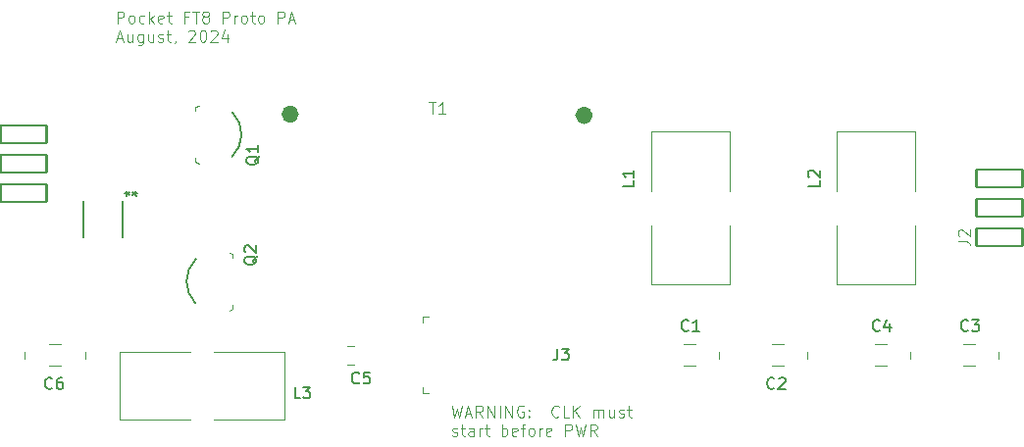
<source format=gbr>
G04 #@! TF.GenerationSoftware,KiCad,Pcbnew,8.0.4*
G04 #@! TF.CreationDate,2024-08-21T10:00:44-07:00*
G04 #@! TF.ProjectId,PA,50412e6b-6963-4616-945f-706362585858,rev?*
G04 #@! TF.SameCoordinates,Original*
G04 #@! TF.FileFunction,Legend,Top*
G04 #@! TF.FilePolarity,Positive*
%FSLAX46Y46*%
G04 Gerber Fmt 4.6, Leading zero omitted, Abs format (unit mm)*
G04 Created by KiCad (PCBNEW 8.0.4) date 2024-08-21 10:00:44*
%MOMM*%
%LPD*%
G01*
G04 APERTURE LIST*
G04 Aperture macros list*
%AMRoundRect*
0 Rectangle with rounded corners*
0 $1 Rounding radius*
0 $2 $3 $4 $5 $6 $7 $8 $9 X,Y pos of 4 corners*
0 Add a 4 corners polygon primitive as box body*
4,1,4,$2,$3,$4,$5,$6,$7,$8,$9,$2,$3,0*
0 Add four circle primitives for the rounded corners*
1,1,$1+$1,$2,$3*
1,1,$1+$1,$4,$5*
1,1,$1+$1,$6,$7*
1,1,$1+$1,$8,$9*
0 Add four rect primitives between the rounded corners*
20,1,$1+$1,$2,$3,$4,$5,0*
20,1,$1+$1,$4,$5,$6,$7,0*
20,1,$1+$1,$6,$7,$8,$9,0*
20,1,$1+$1,$8,$9,$2,$3,0*%
G04 Aperture macros list end*
%ADD10C,0.100000*%
%ADD11C,0.150000*%
%ADD12C,0.152400*%
%ADD13C,0.120000*%
%ADD14C,0.746563*%
%ADD15R,0.355600X1.028700*%
%ADD16R,1.500000X1.800000*%
%ADD17R,1.200000X1.200000*%
%ADD18C,2.200000*%
%ADD19RoundRect,0.101600X-2.000000X0.750000X-2.000000X-0.750000X2.000000X-0.750000X2.000000X0.750000X0*%
%ADD20R,1.500000X1.000000*%
%ADD21O,1.500000X1.000000*%
%ADD22C,1.524000*%
%ADD23C,2.020000*%
%ADD24C,2.600000*%
%ADD25C,1.600000*%
%ADD26RoundRect,0.101600X2.000000X-0.750000X2.000000X0.750000X-2.000000X0.750000X-2.000000X-0.750000X0*%
G04 APERTURE END LIST*
D10*
X201884646Y-111054475D02*
X202122741Y-112054475D01*
X202122741Y-112054475D02*
X202313217Y-111340189D01*
X202313217Y-111340189D02*
X202503693Y-112054475D01*
X202503693Y-112054475D02*
X202741789Y-111054475D01*
X203075122Y-111768760D02*
X203551312Y-111768760D01*
X202979884Y-112054475D02*
X203313217Y-111054475D01*
X203313217Y-111054475D02*
X203646550Y-112054475D01*
X204551312Y-112054475D02*
X204217979Y-111578284D01*
X203979884Y-112054475D02*
X203979884Y-111054475D01*
X203979884Y-111054475D02*
X204360836Y-111054475D01*
X204360836Y-111054475D02*
X204456074Y-111102094D01*
X204456074Y-111102094D02*
X204503693Y-111149713D01*
X204503693Y-111149713D02*
X204551312Y-111244951D01*
X204551312Y-111244951D02*
X204551312Y-111387808D01*
X204551312Y-111387808D02*
X204503693Y-111483046D01*
X204503693Y-111483046D02*
X204456074Y-111530665D01*
X204456074Y-111530665D02*
X204360836Y-111578284D01*
X204360836Y-111578284D02*
X203979884Y-111578284D01*
X204979884Y-112054475D02*
X204979884Y-111054475D01*
X204979884Y-111054475D02*
X205551312Y-112054475D01*
X205551312Y-112054475D02*
X205551312Y-111054475D01*
X206027503Y-112054475D02*
X206027503Y-111054475D01*
X206503693Y-112054475D02*
X206503693Y-111054475D01*
X206503693Y-111054475D02*
X207075121Y-112054475D01*
X207075121Y-112054475D02*
X207075121Y-111054475D01*
X208075121Y-111102094D02*
X207979883Y-111054475D01*
X207979883Y-111054475D02*
X207837026Y-111054475D01*
X207837026Y-111054475D02*
X207694169Y-111102094D01*
X207694169Y-111102094D02*
X207598931Y-111197332D01*
X207598931Y-111197332D02*
X207551312Y-111292570D01*
X207551312Y-111292570D02*
X207503693Y-111483046D01*
X207503693Y-111483046D02*
X207503693Y-111625903D01*
X207503693Y-111625903D02*
X207551312Y-111816379D01*
X207551312Y-111816379D02*
X207598931Y-111911617D01*
X207598931Y-111911617D02*
X207694169Y-112006856D01*
X207694169Y-112006856D02*
X207837026Y-112054475D01*
X207837026Y-112054475D02*
X207932264Y-112054475D01*
X207932264Y-112054475D02*
X208075121Y-112006856D01*
X208075121Y-112006856D02*
X208122740Y-111959236D01*
X208122740Y-111959236D02*
X208122740Y-111625903D01*
X208122740Y-111625903D02*
X207932264Y-111625903D01*
X208551312Y-111959236D02*
X208598931Y-112006856D01*
X208598931Y-112006856D02*
X208551312Y-112054475D01*
X208551312Y-112054475D02*
X208503693Y-112006856D01*
X208503693Y-112006856D02*
X208551312Y-111959236D01*
X208551312Y-111959236D02*
X208551312Y-112054475D01*
X208551312Y-111435427D02*
X208598931Y-111483046D01*
X208598931Y-111483046D02*
X208551312Y-111530665D01*
X208551312Y-111530665D02*
X208503693Y-111483046D01*
X208503693Y-111483046D02*
X208551312Y-111435427D01*
X208551312Y-111435427D02*
X208551312Y-111530665D01*
X211122740Y-111959236D02*
X211075121Y-112006856D01*
X211075121Y-112006856D02*
X210932264Y-112054475D01*
X210932264Y-112054475D02*
X210837026Y-112054475D01*
X210837026Y-112054475D02*
X210694169Y-112006856D01*
X210694169Y-112006856D02*
X210598931Y-111911617D01*
X210598931Y-111911617D02*
X210551312Y-111816379D01*
X210551312Y-111816379D02*
X210503693Y-111625903D01*
X210503693Y-111625903D02*
X210503693Y-111483046D01*
X210503693Y-111483046D02*
X210551312Y-111292570D01*
X210551312Y-111292570D02*
X210598931Y-111197332D01*
X210598931Y-111197332D02*
X210694169Y-111102094D01*
X210694169Y-111102094D02*
X210837026Y-111054475D01*
X210837026Y-111054475D02*
X210932264Y-111054475D01*
X210932264Y-111054475D02*
X211075121Y-111102094D01*
X211075121Y-111102094D02*
X211122740Y-111149713D01*
X212027502Y-112054475D02*
X211551312Y-112054475D01*
X211551312Y-112054475D02*
X211551312Y-111054475D01*
X212360836Y-112054475D02*
X212360836Y-111054475D01*
X212932264Y-112054475D02*
X212503693Y-111483046D01*
X212932264Y-111054475D02*
X212360836Y-111625903D01*
X214122741Y-112054475D02*
X214122741Y-111387808D01*
X214122741Y-111483046D02*
X214170360Y-111435427D01*
X214170360Y-111435427D02*
X214265598Y-111387808D01*
X214265598Y-111387808D02*
X214408455Y-111387808D01*
X214408455Y-111387808D02*
X214503693Y-111435427D01*
X214503693Y-111435427D02*
X214551312Y-111530665D01*
X214551312Y-111530665D02*
X214551312Y-112054475D01*
X214551312Y-111530665D02*
X214598931Y-111435427D01*
X214598931Y-111435427D02*
X214694169Y-111387808D01*
X214694169Y-111387808D02*
X214837026Y-111387808D01*
X214837026Y-111387808D02*
X214932265Y-111435427D01*
X214932265Y-111435427D02*
X214979884Y-111530665D01*
X214979884Y-111530665D02*
X214979884Y-112054475D01*
X215884645Y-111387808D02*
X215884645Y-112054475D01*
X215456074Y-111387808D02*
X215456074Y-111911617D01*
X215456074Y-111911617D02*
X215503693Y-112006856D01*
X215503693Y-112006856D02*
X215598931Y-112054475D01*
X215598931Y-112054475D02*
X215741788Y-112054475D01*
X215741788Y-112054475D02*
X215837026Y-112006856D01*
X215837026Y-112006856D02*
X215884645Y-111959236D01*
X216313217Y-112006856D02*
X216408455Y-112054475D01*
X216408455Y-112054475D02*
X216598931Y-112054475D01*
X216598931Y-112054475D02*
X216694169Y-112006856D01*
X216694169Y-112006856D02*
X216741788Y-111911617D01*
X216741788Y-111911617D02*
X216741788Y-111863998D01*
X216741788Y-111863998D02*
X216694169Y-111768760D01*
X216694169Y-111768760D02*
X216598931Y-111721141D01*
X216598931Y-111721141D02*
X216456074Y-111721141D01*
X216456074Y-111721141D02*
X216360836Y-111673522D01*
X216360836Y-111673522D02*
X216313217Y-111578284D01*
X216313217Y-111578284D02*
X216313217Y-111530665D01*
X216313217Y-111530665D02*
X216360836Y-111435427D01*
X216360836Y-111435427D02*
X216456074Y-111387808D01*
X216456074Y-111387808D02*
X216598931Y-111387808D01*
X216598931Y-111387808D02*
X216694169Y-111435427D01*
X217027503Y-111387808D02*
X217408455Y-111387808D01*
X217170360Y-111054475D02*
X217170360Y-111911617D01*
X217170360Y-111911617D02*
X217217979Y-112006856D01*
X217217979Y-112006856D02*
X217313217Y-112054475D01*
X217313217Y-112054475D02*
X217408455Y-112054475D01*
X201932265Y-113616800D02*
X202027503Y-113664419D01*
X202027503Y-113664419D02*
X202217979Y-113664419D01*
X202217979Y-113664419D02*
X202313217Y-113616800D01*
X202313217Y-113616800D02*
X202360836Y-113521561D01*
X202360836Y-113521561D02*
X202360836Y-113473942D01*
X202360836Y-113473942D02*
X202313217Y-113378704D01*
X202313217Y-113378704D02*
X202217979Y-113331085D01*
X202217979Y-113331085D02*
X202075122Y-113331085D01*
X202075122Y-113331085D02*
X201979884Y-113283466D01*
X201979884Y-113283466D02*
X201932265Y-113188228D01*
X201932265Y-113188228D02*
X201932265Y-113140609D01*
X201932265Y-113140609D02*
X201979884Y-113045371D01*
X201979884Y-113045371D02*
X202075122Y-112997752D01*
X202075122Y-112997752D02*
X202217979Y-112997752D01*
X202217979Y-112997752D02*
X202313217Y-113045371D01*
X202646551Y-112997752D02*
X203027503Y-112997752D01*
X202789408Y-112664419D02*
X202789408Y-113521561D01*
X202789408Y-113521561D02*
X202837027Y-113616800D01*
X202837027Y-113616800D02*
X202932265Y-113664419D01*
X202932265Y-113664419D02*
X203027503Y-113664419D01*
X203789408Y-113664419D02*
X203789408Y-113140609D01*
X203789408Y-113140609D02*
X203741789Y-113045371D01*
X203741789Y-113045371D02*
X203646551Y-112997752D01*
X203646551Y-112997752D02*
X203456075Y-112997752D01*
X203456075Y-112997752D02*
X203360837Y-113045371D01*
X203789408Y-113616800D02*
X203694170Y-113664419D01*
X203694170Y-113664419D02*
X203456075Y-113664419D01*
X203456075Y-113664419D02*
X203360837Y-113616800D01*
X203360837Y-113616800D02*
X203313218Y-113521561D01*
X203313218Y-113521561D02*
X203313218Y-113426323D01*
X203313218Y-113426323D02*
X203360837Y-113331085D01*
X203360837Y-113331085D02*
X203456075Y-113283466D01*
X203456075Y-113283466D02*
X203694170Y-113283466D01*
X203694170Y-113283466D02*
X203789408Y-113235847D01*
X204265599Y-113664419D02*
X204265599Y-112997752D01*
X204265599Y-113188228D02*
X204313218Y-113092990D01*
X204313218Y-113092990D02*
X204360837Y-113045371D01*
X204360837Y-113045371D02*
X204456075Y-112997752D01*
X204456075Y-112997752D02*
X204551313Y-112997752D01*
X204741790Y-112997752D02*
X205122742Y-112997752D01*
X204884647Y-112664419D02*
X204884647Y-113521561D01*
X204884647Y-113521561D02*
X204932266Y-113616800D01*
X204932266Y-113616800D02*
X205027504Y-113664419D01*
X205027504Y-113664419D02*
X205122742Y-113664419D01*
X206217981Y-113664419D02*
X206217981Y-112664419D01*
X206217981Y-113045371D02*
X206313219Y-112997752D01*
X206313219Y-112997752D02*
X206503695Y-112997752D01*
X206503695Y-112997752D02*
X206598933Y-113045371D01*
X206598933Y-113045371D02*
X206646552Y-113092990D01*
X206646552Y-113092990D02*
X206694171Y-113188228D01*
X206694171Y-113188228D02*
X206694171Y-113473942D01*
X206694171Y-113473942D02*
X206646552Y-113569180D01*
X206646552Y-113569180D02*
X206598933Y-113616800D01*
X206598933Y-113616800D02*
X206503695Y-113664419D01*
X206503695Y-113664419D02*
X206313219Y-113664419D01*
X206313219Y-113664419D02*
X206217981Y-113616800D01*
X207503695Y-113616800D02*
X207408457Y-113664419D01*
X207408457Y-113664419D02*
X207217981Y-113664419D01*
X207217981Y-113664419D02*
X207122743Y-113616800D01*
X207122743Y-113616800D02*
X207075124Y-113521561D01*
X207075124Y-113521561D02*
X207075124Y-113140609D01*
X207075124Y-113140609D02*
X207122743Y-113045371D01*
X207122743Y-113045371D02*
X207217981Y-112997752D01*
X207217981Y-112997752D02*
X207408457Y-112997752D01*
X207408457Y-112997752D02*
X207503695Y-113045371D01*
X207503695Y-113045371D02*
X207551314Y-113140609D01*
X207551314Y-113140609D02*
X207551314Y-113235847D01*
X207551314Y-113235847D02*
X207075124Y-113331085D01*
X207837029Y-112997752D02*
X208217981Y-112997752D01*
X207979886Y-113664419D02*
X207979886Y-112807276D01*
X207979886Y-112807276D02*
X208027505Y-112712038D01*
X208027505Y-112712038D02*
X208122743Y-112664419D01*
X208122743Y-112664419D02*
X208217981Y-112664419D01*
X208694172Y-113664419D02*
X208598934Y-113616800D01*
X208598934Y-113616800D02*
X208551315Y-113569180D01*
X208551315Y-113569180D02*
X208503696Y-113473942D01*
X208503696Y-113473942D02*
X208503696Y-113188228D01*
X208503696Y-113188228D02*
X208551315Y-113092990D01*
X208551315Y-113092990D02*
X208598934Y-113045371D01*
X208598934Y-113045371D02*
X208694172Y-112997752D01*
X208694172Y-112997752D02*
X208837029Y-112997752D01*
X208837029Y-112997752D02*
X208932267Y-113045371D01*
X208932267Y-113045371D02*
X208979886Y-113092990D01*
X208979886Y-113092990D02*
X209027505Y-113188228D01*
X209027505Y-113188228D02*
X209027505Y-113473942D01*
X209027505Y-113473942D02*
X208979886Y-113569180D01*
X208979886Y-113569180D02*
X208932267Y-113616800D01*
X208932267Y-113616800D02*
X208837029Y-113664419D01*
X208837029Y-113664419D02*
X208694172Y-113664419D01*
X209456077Y-113664419D02*
X209456077Y-112997752D01*
X209456077Y-113188228D02*
X209503696Y-113092990D01*
X209503696Y-113092990D02*
X209551315Y-113045371D01*
X209551315Y-113045371D02*
X209646553Y-112997752D01*
X209646553Y-112997752D02*
X209741791Y-112997752D01*
X210456077Y-113616800D02*
X210360839Y-113664419D01*
X210360839Y-113664419D02*
X210170363Y-113664419D01*
X210170363Y-113664419D02*
X210075125Y-113616800D01*
X210075125Y-113616800D02*
X210027506Y-113521561D01*
X210027506Y-113521561D02*
X210027506Y-113140609D01*
X210027506Y-113140609D02*
X210075125Y-113045371D01*
X210075125Y-113045371D02*
X210170363Y-112997752D01*
X210170363Y-112997752D02*
X210360839Y-112997752D01*
X210360839Y-112997752D02*
X210456077Y-113045371D01*
X210456077Y-113045371D02*
X210503696Y-113140609D01*
X210503696Y-113140609D02*
X210503696Y-113235847D01*
X210503696Y-113235847D02*
X210027506Y-113331085D01*
X211694173Y-113664419D02*
X211694173Y-112664419D01*
X211694173Y-112664419D02*
X212075125Y-112664419D01*
X212075125Y-112664419D02*
X212170363Y-112712038D01*
X212170363Y-112712038D02*
X212217982Y-112759657D01*
X212217982Y-112759657D02*
X212265601Y-112854895D01*
X212265601Y-112854895D02*
X212265601Y-112997752D01*
X212265601Y-112997752D02*
X212217982Y-113092990D01*
X212217982Y-113092990D02*
X212170363Y-113140609D01*
X212170363Y-113140609D02*
X212075125Y-113188228D01*
X212075125Y-113188228D02*
X211694173Y-113188228D01*
X212598935Y-112664419D02*
X212837030Y-113664419D01*
X212837030Y-113664419D02*
X213027506Y-112950133D01*
X213027506Y-112950133D02*
X213217982Y-113664419D01*
X213217982Y-113664419D02*
X213456078Y-112664419D01*
X214408458Y-113664419D02*
X214075125Y-113188228D01*
X213837030Y-113664419D02*
X213837030Y-112664419D01*
X213837030Y-112664419D02*
X214217982Y-112664419D01*
X214217982Y-112664419D02*
X214313220Y-112712038D01*
X214313220Y-112712038D02*
X214360839Y-112759657D01*
X214360839Y-112759657D02*
X214408458Y-112854895D01*
X214408458Y-112854895D02*
X214408458Y-112997752D01*
X214408458Y-112997752D02*
X214360839Y-113092990D01*
X214360839Y-113092990D02*
X214313220Y-113140609D01*
X214313220Y-113140609D02*
X214217982Y-113188228D01*
X214217982Y-113188228D02*
X213837030Y-113188228D01*
X173023884Y-78018475D02*
X173023884Y-77018475D01*
X173023884Y-77018475D02*
X173404836Y-77018475D01*
X173404836Y-77018475D02*
X173500074Y-77066094D01*
X173500074Y-77066094D02*
X173547693Y-77113713D01*
X173547693Y-77113713D02*
X173595312Y-77208951D01*
X173595312Y-77208951D02*
X173595312Y-77351808D01*
X173595312Y-77351808D02*
X173547693Y-77447046D01*
X173547693Y-77447046D02*
X173500074Y-77494665D01*
X173500074Y-77494665D02*
X173404836Y-77542284D01*
X173404836Y-77542284D02*
X173023884Y-77542284D01*
X174166741Y-78018475D02*
X174071503Y-77970856D01*
X174071503Y-77970856D02*
X174023884Y-77923236D01*
X174023884Y-77923236D02*
X173976265Y-77827998D01*
X173976265Y-77827998D02*
X173976265Y-77542284D01*
X173976265Y-77542284D02*
X174023884Y-77447046D01*
X174023884Y-77447046D02*
X174071503Y-77399427D01*
X174071503Y-77399427D02*
X174166741Y-77351808D01*
X174166741Y-77351808D02*
X174309598Y-77351808D01*
X174309598Y-77351808D02*
X174404836Y-77399427D01*
X174404836Y-77399427D02*
X174452455Y-77447046D01*
X174452455Y-77447046D02*
X174500074Y-77542284D01*
X174500074Y-77542284D02*
X174500074Y-77827998D01*
X174500074Y-77827998D02*
X174452455Y-77923236D01*
X174452455Y-77923236D02*
X174404836Y-77970856D01*
X174404836Y-77970856D02*
X174309598Y-78018475D01*
X174309598Y-78018475D02*
X174166741Y-78018475D01*
X175357217Y-77970856D02*
X175261979Y-78018475D01*
X175261979Y-78018475D02*
X175071503Y-78018475D01*
X175071503Y-78018475D02*
X174976265Y-77970856D01*
X174976265Y-77970856D02*
X174928646Y-77923236D01*
X174928646Y-77923236D02*
X174881027Y-77827998D01*
X174881027Y-77827998D02*
X174881027Y-77542284D01*
X174881027Y-77542284D02*
X174928646Y-77447046D01*
X174928646Y-77447046D02*
X174976265Y-77399427D01*
X174976265Y-77399427D02*
X175071503Y-77351808D01*
X175071503Y-77351808D02*
X175261979Y-77351808D01*
X175261979Y-77351808D02*
X175357217Y-77399427D01*
X175785789Y-78018475D02*
X175785789Y-77018475D01*
X175881027Y-77637522D02*
X176166741Y-78018475D01*
X176166741Y-77351808D02*
X175785789Y-77732760D01*
X176976265Y-77970856D02*
X176881027Y-78018475D01*
X176881027Y-78018475D02*
X176690551Y-78018475D01*
X176690551Y-78018475D02*
X176595313Y-77970856D01*
X176595313Y-77970856D02*
X176547694Y-77875617D01*
X176547694Y-77875617D02*
X176547694Y-77494665D01*
X176547694Y-77494665D02*
X176595313Y-77399427D01*
X176595313Y-77399427D02*
X176690551Y-77351808D01*
X176690551Y-77351808D02*
X176881027Y-77351808D01*
X176881027Y-77351808D02*
X176976265Y-77399427D01*
X176976265Y-77399427D02*
X177023884Y-77494665D01*
X177023884Y-77494665D02*
X177023884Y-77589903D01*
X177023884Y-77589903D02*
X176547694Y-77685141D01*
X177309599Y-77351808D02*
X177690551Y-77351808D01*
X177452456Y-77018475D02*
X177452456Y-77875617D01*
X177452456Y-77875617D02*
X177500075Y-77970856D01*
X177500075Y-77970856D02*
X177595313Y-78018475D01*
X177595313Y-78018475D02*
X177690551Y-78018475D01*
X179119123Y-77494665D02*
X178785790Y-77494665D01*
X178785790Y-78018475D02*
X178785790Y-77018475D01*
X178785790Y-77018475D02*
X179261980Y-77018475D01*
X179500076Y-77018475D02*
X180071504Y-77018475D01*
X179785790Y-78018475D02*
X179785790Y-77018475D01*
X180547695Y-77447046D02*
X180452457Y-77399427D01*
X180452457Y-77399427D02*
X180404838Y-77351808D01*
X180404838Y-77351808D02*
X180357219Y-77256570D01*
X180357219Y-77256570D02*
X180357219Y-77208951D01*
X180357219Y-77208951D02*
X180404838Y-77113713D01*
X180404838Y-77113713D02*
X180452457Y-77066094D01*
X180452457Y-77066094D02*
X180547695Y-77018475D01*
X180547695Y-77018475D02*
X180738171Y-77018475D01*
X180738171Y-77018475D02*
X180833409Y-77066094D01*
X180833409Y-77066094D02*
X180881028Y-77113713D01*
X180881028Y-77113713D02*
X180928647Y-77208951D01*
X180928647Y-77208951D02*
X180928647Y-77256570D01*
X180928647Y-77256570D02*
X180881028Y-77351808D01*
X180881028Y-77351808D02*
X180833409Y-77399427D01*
X180833409Y-77399427D02*
X180738171Y-77447046D01*
X180738171Y-77447046D02*
X180547695Y-77447046D01*
X180547695Y-77447046D02*
X180452457Y-77494665D01*
X180452457Y-77494665D02*
X180404838Y-77542284D01*
X180404838Y-77542284D02*
X180357219Y-77637522D01*
X180357219Y-77637522D02*
X180357219Y-77827998D01*
X180357219Y-77827998D02*
X180404838Y-77923236D01*
X180404838Y-77923236D02*
X180452457Y-77970856D01*
X180452457Y-77970856D02*
X180547695Y-78018475D01*
X180547695Y-78018475D02*
X180738171Y-78018475D01*
X180738171Y-78018475D02*
X180833409Y-77970856D01*
X180833409Y-77970856D02*
X180881028Y-77923236D01*
X180881028Y-77923236D02*
X180928647Y-77827998D01*
X180928647Y-77827998D02*
X180928647Y-77637522D01*
X180928647Y-77637522D02*
X180881028Y-77542284D01*
X180881028Y-77542284D02*
X180833409Y-77494665D01*
X180833409Y-77494665D02*
X180738171Y-77447046D01*
X182119124Y-78018475D02*
X182119124Y-77018475D01*
X182119124Y-77018475D02*
X182500076Y-77018475D01*
X182500076Y-77018475D02*
X182595314Y-77066094D01*
X182595314Y-77066094D02*
X182642933Y-77113713D01*
X182642933Y-77113713D02*
X182690552Y-77208951D01*
X182690552Y-77208951D02*
X182690552Y-77351808D01*
X182690552Y-77351808D02*
X182642933Y-77447046D01*
X182642933Y-77447046D02*
X182595314Y-77494665D01*
X182595314Y-77494665D02*
X182500076Y-77542284D01*
X182500076Y-77542284D02*
X182119124Y-77542284D01*
X183119124Y-78018475D02*
X183119124Y-77351808D01*
X183119124Y-77542284D02*
X183166743Y-77447046D01*
X183166743Y-77447046D02*
X183214362Y-77399427D01*
X183214362Y-77399427D02*
X183309600Y-77351808D01*
X183309600Y-77351808D02*
X183404838Y-77351808D01*
X183881029Y-78018475D02*
X183785791Y-77970856D01*
X183785791Y-77970856D02*
X183738172Y-77923236D01*
X183738172Y-77923236D02*
X183690553Y-77827998D01*
X183690553Y-77827998D02*
X183690553Y-77542284D01*
X183690553Y-77542284D02*
X183738172Y-77447046D01*
X183738172Y-77447046D02*
X183785791Y-77399427D01*
X183785791Y-77399427D02*
X183881029Y-77351808D01*
X183881029Y-77351808D02*
X184023886Y-77351808D01*
X184023886Y-77351808D02*
X184119124Y-77399427D01*
X184119124Y-77399427D02*
X184166743Y-77447046D01*
X184166743Y-77447046D02*
X184214362Y-77542284D01*
X184214362Y-77542284D02*
X184214362Y-77827998D01*
X184214362Y-77827998D02*
X184166743Y-77923236D01*
X184166743Y-77923236D02*
X184119124Y-77970856D01*
X184119124Y-77970856D02*
X184023886Y-78018475D01*
X184023886Y-78018475D02*
X183881029Y-78018475D01*
X184500077Y-77351808D02*
X184881029Y-77351808D01*
X184642934Y-77018475D02*
X184642934Y-77875617D01*
X184642934Y-77875617D02*
X184690553Y-77970856D01*
X184690553Y-77970856D02*
X184785791Y-78018475D01*
X184785791Y-78018475D02*
X184881029Y-78018475D01*
X185357220Y-78018475D02*
X185261982Y-77970856D01*
X185261982Y-77970856D02*
X185214363Y-77923236D01*
X185214363Y-77923236D02*
X185166744Y-77827998D01*
X185166744Y-77827998D02*
X185166744Y-77542284D01*
X185166744Y-77542284D02*
X185214363Y-77447046D01*
X185214363Y-77447046D02*
X185261982Y-77399427D01*
X185261982Y-77399427D02*
X185357220Y-77351808D01*
X185357220Y-77351808D02*
X185500077Y-77351808D01*
X185500077Y-77351808D02*
X185595315Y-77399427D01*
X185595315Y-77399427D02*
X185642934Y-77447046D01*
X185642934Y-77447046D02*
X185690553Y-77542284D01*
X185690553Y-77542284D02*
X185690553Y-77827998D01*
X185690553Y-77827998D02*
X185642934Y-77923236D01*
X185642934Y-77923236D02*
X185595315Y-77970856D01*
X185595315Y-77970856D02*
X185500077Y-78018475D01*
X185500077Y-78018475D02*
X185357220Y-78018475D01*
X186881030Y-78018475D02*
X186881030Y-77018475D01*
X186881030Y-77018475D02*
X187261982Y-77018475D01*
X187261982Y-77018475D02*
X187357220Y-77066094D01*
X187357220Y-77066094D02*
X187404839Y-77113713D01*
X187404839Y-77113713D02*
X187452458Y-77208951D01*
X187452458Y-77208951D02*
X187452458Y-77351808D01*
X187452458Y-77351808D02*
X187404839Y-77447046D01*
X187404839Y-77447046D02*
X187357220Y-77494665D01*
X187357220Y-77494665D02*
X187261982Y-77542284D01*
X187261982Y-77542284D02*
X186881030Y-77542284D01*
X187833411Y-77732760D02*
X188309601Y-77732760D01*
X187738173Y-78018475D02*
X188071506Y-77018475D01*
X188071506Y-77018475D02*
X188404839Y-78018475D01*
X172976265Y-79342704D02*
X173452455Y-79342704D01*
X172881027Y-79628419D02*
X173214360Y-78628419D01*
X173214360Y-78628419D02*
X173547693Y-79628419D01*
X174309598Y-78961752D02*
X174309598Y-79628419D01*
X173881027Y-78961752D02*
X173881027Y-79485561D01*
X173881027Y-79485561D02*
X173928646Y-79580800D01*
X173928646Y-79580800D02*
X174023884Y-79628419D01*
X174023884Y-79628419D02*
X174166741Y-79628419D01*
X174166741Y-79628419D02*
X174261979Y-79580800D01*
X174261979Y-79580800D02*
X174309598Y-79533180D01*
X175214360Y-78961752D02*
X175214360Y-79771276D01*
X175214360Y-79771276D02*
X175166741Y-79866514D01*
X175166741Y-79866514D02*
X175119122Y-79914133D01*
X175119122Y-79914133D02*
X175023884Y-79961752D01*
X175023884Y-79961752D02*
X174881027Y-79961752D01*
X174881027Y-79961752D02*
X174785789Y-79914133D01*
X175214360Y-79580800D02*
X175119122Y-79628419D01*
X175119122Y-79628419D02*
X174928646Y-79628419D01*
X174928646Y-79628419D02*
X174833408Y-79580800D01*
X174833408Y-79580800D02*
X174785789Y-79533180D01*
X174785789Y-79533180D02*
X174738170Y-79437942D01*
X174738170Y-79437942D02*
X174738170Y-79152228D01*
X174738170Y-79152228D02*
X174785789Y-79056990D01*
X174785789Y-79056990D02*
X174833408Y-79009371D01*
X174833408Y-79009371D02*
X174928646Y-78961752D01*
X174928646Y-78961752D02*
X175119122Y-78961752D01*
X175119122Y-78961752D02*
X175214360Y-79009371D01*
X176119122Y-78961752D02*
X176119122Y-79628419D01*
X175690551Y-78961752D02*
X175690551Y-79485561D01*
X175690551Y-79485561D02*
X175738170Y-79580800D01*
X175738170Y-79580800D02*
X175833408Y-79628419D01*
X175833408Y-79628419D02*
X175976265Y-79628419D01*
X175976265Y-79628419D02*
X176071503Y-79580800D01*
X176071503Y-79580800D02*
X176119122Y-79533180D01*
X176547694Y-79580800D02*
X176642932Y-79628419D01*
X176642932Y-79628419D02*
X176833408Y-79628419D01*
X176833408Y-79628419D02*
X176928646Y-79580800D01*
X176928646Y-79580800D02*
X176976265Y-79485561D01*
X176976265Y-79485561D02*
X176976265Y-79437942D01*
X176976265Y-79437942D02*
X176928646Y-79342704D01*
X176928646Y-79342704D02*
X176833408Y-79295085D01*
X176833408Y-79295085D02*
X176690551Y-79295085D01*
X176690551Y-79295085D02*
X176595313Y-79247466D01*
X176595313Y-79247466D02*
X176547694Y-79152228D01*
X176547694Y-79152228D02*
X176547694Y-79104609D01*
X176547694Y-79104609D02*
X176595313Y-79009371D01*
X176595313Y-79009371D02*
X176690551Y-78961752D01*
X176690551Y-78961752D02*
X176833408Y-78961752D01*
X176833408Y-78961752D02*
X176928646Y-79009371D01*
X177261980Y-78961752D02*
X177642932Y-78961752D01*
X177404837Y-78628419D02*
X177404837Y-79485561D01*
X177404837Y-79485561D02*
X177452456Y-79580800D01*
X177452456Y-79580800D02*
X177547694Y-79628419D01*
X177547694Y-79628419D02*
X177642932Y-79628419D01*
X178023885Y-79580800D02*
X178023885Y-79628419D01*
X178023885Y-79628419D02*
X177976266Y-79723657D01*
X177976266Y-79723657D02*
X177928647Y-79771276D01*
X179166742Y-78723657D02*
X179214361Y-78676038D01*
X179214361Y-78676038D02*
X179309599Y-78628419D01*
X179309599Y-78628419D02*
X179547694Y-78628419D01*
X179547694Y-78628419D02*
X179642932Y-78676038D01*
X179642932Y-78676038D02*
X179690551Y-78723657D01*
X179690551Y-78723657D02*
X179738170Y-78818895D01*
X179738170Y-78818895D02*
X179738170Y-78914133D01*
X179738170Y-78914133D02*
X179690551Y-79056990D01*
X179690551Y-79056990D02*
X179119123Y-79628419D01*
X179119123Y-79628419D02*
X179738170Y-79628419D01*
X180357218Y-78628419D02*
X180452456Y-78628419D01*
X180452456Y-78628419D02*
X180547694Y-78676038D01*
X180547694Y-78676038D02*
X180595313Y-78723657D01*
X180595313Y-78723657D02*
X180642932Y-78818895D01*
X180642932Y-78818895D02*
X180690551Y-79009371D01*
X180690551Y-79009371D02*
X180690551Y-79247466D01*
X180690551Y-79247466D02*
X180642932Y-79437942D01*
X180642932Y-79437942D02*
X180595313Y-79533180D01*
X180595313Y-79533180D02*
X180547694Y-79580800D01*
X180547694Y-79580800D02*
X180452456Y-79628419D01*
X180452456Y-79628419D02*
X180357218Y-79628419D01*
X180357218Y-79628419D02*
X180261980Y-79580800D01*
X180261980Y-79580800D02*
X180214361Y-79533180D01*
X180214361Y-79533180D02*
X180166742Y-79437942D01*
X180166742Y-79437942D02*
X180119123Y-79247466D01*
X180119123Y-79247466D02*
X180119123Y-79009371D01*
X180119123Y-79009371D02*
X180166742Y-78818895D01*
X180166742Y-78818895D02*
X180214361Y-78723657D01*
X180214361Y-78723657D02*
X180261980Y-78676038D01*
X180261980Y-78676038D02*
X180357218Y-78628419D01*
X181071504Y-78723657D02*
X181119123Y-78676038D01*
X181119123Y-78676038D02*
X181214361Y-78628419D01*
X181214361Y-78628419D02*
X181452456Y-78628419D01*
X181452456Y-78628419D02*
X181547694Y-78676038D01*
X181547694Y-78676038D02*
X181595313Y-78723657D01*
X181595313Y-78723657D02*
X181642932Y-78818895D01*
X181642932Y-78818895D02*
X181642932Y-78914133D01*
X181642932Y-78914133D02*
X181595313Y-79056990D01*
X181595313Y-79056990D02*
X181023885Y-79628419D01*
X181023885Y-79628419D02*
X181642932Y-79628419D01*
X182500075Y-78961752D02*
X182500075Y-79628419D01*
X182261980Y-78580800D02*
X182023885Y-79295085D01*
X182023885Y-79295085D02*
X182642932Y-79295085D01*
D11*
X173673420Y-92738848D02*
X173911515Y-92738848D01*
X173816277Y-92976943D02*
X173911515Y-92738848D01*
X173911515Y-92738848D02*
X173816277Y-92500753D01*
X174101991Y-92881705D02*
X173911515Y-92738848D01*
X173911515Y-92738848D02*
X174101991Y-92595991D01*
X174763781Y-92738849D02*
X174525686Y-92738849D01*
X174620924Y-92500754D02*
X174525686Y-92738849D01*
X174525686Y-92738849D02*
X174620924Y-92976944D01*
X174335210Y-92595992D02*
X174525686Y-92738849D01*
X174525686Y-92738849D02*
X174335210Y-92881706D01*
X167373333Y-109539580D02*
X167325714Y-109587200D01*
X167325714Y-109587200D02*
X167182857Y-109634819D01*
X167182857Y-109634819D02*
X167087619Y-109634819D01*
X167087619Y-109634819D02*
X166944762Y-109587200D01*
X166944762Y-109587200D02*
X166849524Y-109491961D01*
X166849524Y-109491961D02*
X166801905Y-109396723D01*
X166801905Y-109396723D02*
X166754286Y-109206247D01*
X166754286Y-109206247D02*
X166754286Y-109063390D01*
X166754286Y-109063390D02*
X166801905Y-108872914D01*
X166801905Y-108872914D02*
X166849524Y-108777676D01*
X166849524Y-108777676D02*
X166944762Y-108682438D01*
X166944762Y-108682438D02*
X167087619Y-108634819D01*
X167087619Y-108634819D02*
X167182857Y-108634819D01*
X167182857Y-108634819D02*
X167325714Y-108682438D01*
X167325714Y-108682438D02*
X167373333Y-108730057D01*
X168230476Y-108634819D02*
X168040000Y-108634819D01*
X168040000Y-108634819D02*
X167944762Y-108682438D01*
X167944762Y-108682438D02*
X167897143Y-108730057D01*
X167897143Y-108730057D02*
X167801905Y-108872914D01*
X167801905Y-108872914D02*
X167754286Y-109063390D01*
X167754286Y-109063390D02*
X167754286Y-109444342D01*
X167754286Y-109444342D02*
X167801905Y-109539580D01*
X167801905Y-109539580D02*
X167849524Y-109587200D01*
X167849524Y-109587200D02*
X167944762Y-109634819D01*
X167944762Y-109634819D02*
X168135238Y-109634819D01*
X168135238Y-109634819D02*
X168230476Y-109587200D01*
X168230476Y-109587200D02*
X168278095Y-109539580D01*
X168278095Y-109539580D02*
X168325714Y-109444342D01*
X168325714Y-109444342D02*
X168325714Y-109206247D01*
X168325714Y-109206247D02*
X168278095Y-109111009D01*
X168278095Y-109111009D02*
X168230476Y-109063390D01*
X168230476Y-109063390D02*
X168135238Y-109015771D01*
X168135238Y-109015771D02*
X167944762Y-109015771D01*
X167944762Y-109015771D02*
X167849524Y-109063390D01*
X167849524Y-109063390D02*
X167801905Y-109111009D01*
X167801905Y-109111009D02*
X167754286Y-109206247D01*
X193889333Y-109071580D02*
X193841714Y-109119200D01*
X193841714Y-109119200D02*
X193698857Y-109166819D01*
X193698857Y-109166819D02*
X193603619Y-109166819D01*
X193603619Y-109166819D02*
X193460762Y-109119200D01*
X193460762Y-109119200D02*
X193365524Y-109023961D01*
X193365524Y-109023961D02*
X193317905Y-108928723D01*
X193317905Y-108928723D02*
X193270286Y-108738247D01*
X193270286Y-108738247D02*
X193270286Y-108595390D01*
X193270286Y-108595390D02*
X193317905Y-108404914D01*
X193317905Y-108404914D02*
X193365524Y-108309676D01*
X193365524Y-108309676D02*
X193460762Y-108214438D01*
X193460762Y-108214438D02*
X193603619Y-108166819D01*
X193603619Y-108166819D02*
X193698857Y-108166819D01*
X193698857Y-108166819D02*
X193841714Y-108214438D01*
X193841714Y-108214438D02*
X193889333Y-108262057D01*
X194794095Y-108166819D02*
X194317905Y-108166819D01*
X194317905Y-108166819D02*
X194270286Y-108643009D01*
X194270286Y-108643009D02*
X194317905Y-108595390D01*
X194317905Y-108595390D02*
X194413143Y-108547771D01*
X194413143Y-108547771D02*
X194651238Y-108547771D01*
X194651238Y-108547771D02*
X194746476Y-108595390D01*
X194746476Y-108595390D02*
X194794095Y-108643009D01*
X194794095Y-108643009D02*
X194841714Y-108738247D01*
X194841714Y-108738247D02*
X194841714Y-108976342D01*
X194841714Y-108976342D02*
X194794095Y-109071580D01*
X194794095Y-109071580D02*
X194746476Y-109119200D01*
X194746476Y-109119200D02*
X194651238Y-109166819D01*
X194651238Y-109166819D02*
X194413143Y-109166819D01*
X194413143Y-109166819D02*
X194317905Y-109119200D01*
X194317905Y-109119200D02*
X194270286Y-109071580D01*
X238818333Y-104539580D02*
X238770714Y-104587200D01*
X238770714Y-104587200D02*
X238627857Y-104634819D01*
X238627857Y-104634819D02*
X238532619Y-104634819D01*
X238532619Y-104634819D02*
X238389762Y-104587200D01*
X238389762Y-104587200D02*
X238294524Y-104491961D01*
X238294524Y-104491961D02*
X238246905Y-104396723D01*
X238246905Y-104396723D02*
X238199286Y-104206247D01*
X238199286Y-104206247D02*
X238199286Y-104063390D01*
X238199286Y-104063390D02*
X238246905Y-103872914D01*
X238246905Y-103872914D02*
X238294524Y-103777676D01*
X238294524Y-103777676D02*
X238389762Y-103682438D01*
X238389762Y-103682438D02*
X238532619Y-103634819D01*
X238532619Y-103634819D02*
X238627857Y-103634819D01*
X238627857Y-103634819D02*
X238770714Y-103682438D01*
X238770714Y-103682438D02*
X238818333Y-103730057D01*
X239675476Y-103968152D02*
X239675476Y-104634819D01*
X239437381Y-103587200D02*
X239199286Y-104301485D01*
X239199286Y-104301485D02*
X239818333Y-104301485D01*
X246438333Y-104539580D02*
X246390714Y-104587200D01*
X246390714Y-104587200D02*
X246247857Y-104634819D01*
X246247857Y-104634819D02*
X246152619Y-104634819D01*
X246152619Y-104634819D02*
X246009762Y-104587200D01*
X246009762Y-104587200D02*
X245914524Y-104491961D01*
X245914524Y-104491961D02*
X245866905Y-104396723D01*
X245866905Y-104396723D02*
X245819286Y-104206247D01*
X245819286Y-104206247D02*
X245819286Y-104063390D01*
X245819286Y-104063390D02*
X245866905Y-103872914D01*
X245866905Y-103872914D02*
X245914524Y-103777676D01*
X245914524Y-103777676D02*
X246009762Y-103682438D01*
X246009762Y-103682438D02*
X246152619Y-103634819D01*
X246152619Y-103634819D02*
X246247857Y-103634819D01*
X246247857Y-103634819D02*
X246390714Y-103682438D01*
X246390714Y-103682438D02*
X246438333Y-103730057D01*
X246771667Y-103634819D02*
X247390714Y-103634819D01*
X247390714Y-103634819D02*
X247057381Y-104015771D01*
X247057381Y-104015771D02*
X247200238Y-104015771D01*
X247200238Y-104015771D02*
X247295476Y-104063390D01*
X247295476Y-104063390D02*
X247343095Y-104111009D01*
X247343095Y-104111009D02*
X247390714Y-104206247D01*
X247390714Y-104206247D02*
X247390714Y-104444342D01*
X247390714Y-104444342D02*
X247343095Y-104539580D01*
X247343095Y-104539580D02*
X247295476Y-104587200D01*
X247295476Y-104587200D02*
X247200238Y-104634819D01*
X247200238Y-104634819D02*
X246914524Y-104634819D01*
X246914524Y-104634819D02*
X246819286Y-104587200D01*
X246819286Y-104587200D02*
X246771667Y-104539580D01*
X229728333Y-109539580D02*
X229680714Y-109587200D01*
X229680714Y-109587200D02*
X229537857Y-109634819D01*
X229537857Y-109634819D02*
X229442619Y-109634819D01*
X229442619Y-109634819D02*
X229299762Y-109587200D01*
X229299762Y-109587200D02*
X229204524Y-109491961D01*
X229204524Y-109491961D02*
X229156905Y-109396723D01*
X229156905Y-109396723D02*
X229109286Y-109206247D01*
X229109286Y-109206247D02*
X229109286Y-109063390D01*
X229109286Y-109063390D02*
X229156905Y-108872914D01*
X229156905Y-108872914D02*
X229204524Y-108777676D01*
X229204524Y-108777676D02*
X229299762Y-108682438D01*
X229299762Y-108682438D02*
X229442619Y-108634819D01*
X229442619Y-108634819D02*
X229537857Y-108634819D01*
X229537857Y-108634819D02*
X229680714Y-108682438D01*
X229680714Y-108682438D02*
X229728333Y-108730057D01*
X230109286Y-108730057D02*
X230156905Y-108682438D01*
X230156905Y-108682438D02*
X230252143Y-108634819D01*
X230252143Y-108634819D02*
X230490238Y-108634819D01*
X230490238Y-108634819D02*
X230585476Y-108682438D01*
X230585476Y-108682438D02*
X230633095Y-108730057D01*
X230633095Y-108730057D02*
X230680714Y-108825295D01*
X230680714Y-108825295D02*
X230680714Y-108920533D01*
X230680714Y-108920533D02*
X230633095Y-109063390D01*
X230633095Y-109063390D02*
X230061667Y-109634819D01*
X230061667Y-109634819D02*
X230680714Y-109634819D01*
X222308333Y-104539580D02*
X222260714Y-104587200D01*
X222260714Y-104587200D02*
X222117857Y-104634819D01*
X222117857Y-104634819D02*
X222022619Y-104634819D01*
X222022619Y-104634819D02*
X221879762Y-104587200D01*
X221879762Y-104587200D02*
X221784524Y-104491961D01*
X221784524Y-104491961D02*
X221736905Y-104396723D01*
X221736905Y-104396723D02*
X221689286Y-104206247D01*
X221689286Y-104206247D02*
X221689286Y-104063390D01*
X221689286Y-104063390D02*
X221736905Y-103872914D01*
X221736905Y-103872914D02*
X221784524Y-103777676D01*
X221784524Y-103777676D02*
X221879762Y-103682438D01*
X221879762Y-103682438D02*
X222022619Y-103634819D01*
X222022619Y-103634819D02*
X222117857Y-103634819D01*
X222117857Y-103634819D02*
X222260714Y-103682438D01*
X222260714Y-103682438D02*
X222308333Y-103730057D01*
X223260714Y-104634819D02*
X222689286Y-104634819D01*
X222975000Y-104634819D02*
X222975000Y-103634819D01*
X222975000Y-103634819D02*
X222879762Y-103777676D01*
X222879762Y-103777676D02*
X222784524Y-103872914D01*
X222784524Y-103872914D02*
X222689286Y-103920533D01*
D10*
X245583419Y-96853333D02*
X246297704Y-96853333D01*
X246297704Y-96853333D02*
X246440561Y-96900952D01*
X246440561Y-96900952D02*
X246535800Y-96996190D01*
X246535800Y-96996190D02*
X246583419Y-97139047D01*
X246583419Y-97139047D02*
X246583419Y-97234285D01*
X245678657Y-96424761D02*
X245631038Y-96377142D01*
X245631038Y-96377142D02*
X245583419Y-96281904D01*
X245583419Y-96281904D02*
X245583419Y-96043809D01*
X245583419Y-96043809D02*
X245631038Y-95948571D01*
X245631038Y-95948571D02*
X245678657Y-95900952D01*
X245678657Y-95900952D02*
X245773895Y-95853333D01*
X245773895Y-95853333D02*
X245869133Y-95853333D01*
X245869133Y-95853333D02*
X246011990Y-95900952D01*
X246011990Y-95900952D02*
X246583419Y-96472380D01*
X246583419Y-96472380D02*
X246583419Y-95853333D01*
D11*
X185256057Y-89503238D02*
X185208438Y-89598476D01*
X185208438Y-89598476D02*
X185113200Y-89693714D01*
X185113200Y-89693714D02*
X184970342Y-89836571D01*
X184970342Y-89836571D02*
X184922723Y-89931809D01*
X184922723Y-89931809D02*
X184922723Y-90027047D01*
X185160819Y-89979428D02*
X185113200Y-90074666D01*
X185113200Y-90074666D02*
X185017961Y-90169904D01*
X185017961Y-90169904D02*
X184827485Y-90217523D01*
X184827485Y-90217523D02*
X184494152Y-90217523D01*
X184494152Y-90217523D02*
X184303676Y-90169904D01*
X184303676Y-90169904D02*
X184208438Y-90074666D01*
X184208438Y-90074666D02*
X184160819Y-89979428D01*
X184160819Y-89979428D02*
X184160819Y-89788952D01*
X184160819Y-89788952D02*
X184208438Y-89693714D01*
X184208438Y-89693714D02*
X184303676Y-89598476D01*
X184303676Y-89598476D02*
X184494152Y-89550857D01*
X184494152Y-89550857D02*
X184827485Y-89550857D01*
X184827485Y-89550857D02*
X185017961Y-89598476D01*
X185017961Y-89598476D02*
X185113200Y-89693714D01*
X185113200Y-89693714D02*
X185160819Y-89788952D01*
X185160819Y-89788952D02*
X185160819Y-89979428D01*
X185160819Y-88598476D02*
X185160819Y-89169904D01*
X185160819Y-88884190D02*
X184160819Y-88884190D01*
X184160819Y-88884190D02*
X184303676Y-88979428D01*
X184303676Y-88979428D02*
X184398914Y-89074666D01*
X184398914Y-89074666D02*
X184446533Y-89169904D01*
X185081057Y-98139238D02*
X185033438Y-98234476D01*
X185033438Y-98234476D02*
X184938200Y-98329714D01*
X184938200Y-98329714D02*
X184795342Y-98472571D01*
X184795342Y-98472571D02*
X184747723Y-98567809D01*
X184747723Y-98567809D02*
X184747723Y-98663047D01*
X184985819Y-98615428D02*
X184938200Y-98710666D01*
X184938200Y-98710666D02*
X184842961Y-98805904D01*
X184842961Y-98805904D02*
X184652485Y-98853523D01*
X184652485Y-98853523D02*
X184319152Y-98853523D01*
X184319152Y-98853523D02*
X184128676Y-98805904D01*
X184128676Y-98805904D02*
X184033438Y-98710666D01*
X184033438Y-98710666D02*
X183985819Y-98615428D01*
X183985819Y-98615428D02*
X183985819Y-98424952D01*
X183985819Y-98424952D02*
X184033438Y-98329714D01*
X184033438Y-98329714D02*
X184128676Y-98234476D01*
X184128676Y-98234476D02*
X184319152Y-98186857D01*
X184319152Y-98186857D02*
X184652485Y-98186857D01*
X184652485Y-98186857D02*
X184842961Y-98234476D01*
X184842961Y-98234476D02*
X184938200Y-98329714D01*
X184938200Y-98329714D02*
X184985819Y-98424952D01*
X184985819Y-98424952D02*
X184985819Y-98615428D01*
X184081057Y-97805904D02*
X184033438Y-97758285D01*
X184033438Y-97758285D02*
X183985819Y-97663047D01*
X183985819Y-97663047D02*
X183985819Y-97424952D01*
X183985819Y-97424952D02*
X184033438Y-97329714D01*
X184033438Y-97329714D02*
X184081057Y-97282095D01*
X184081057Y-97282095D02*
X184176295Y-97234476D01*
X184176295Y-97234476D02*
X184271533Y-97234476D01*
X184271533Y-97234476D02*
X184414390Y-97282095D01*
X184414390Y-97282095D02*
X184985819Y-97853523D01*
X184985819Y-97853523D02*
X184985819Y-97234476D01*
D10*
X199898095Y-84847419D02*
X200469523Y-84847419D01*
X200183809Y-85847419D02*
X200183809Y-84847419D01*
X201326666Y-85847419D02*
X200755238Y-85847419D01*
X201040952Y-85847419D02*
X201040952Y-84847419D01*
X201040952Y-84847419D02*
X200945714Y-84990276D01*
X200945714Y-84990276D02*
X200850476Y-85085514D01*
X200850476Y-85085514D02*
X200755238Y-85133133D01*
D11*
X210994666Y-106134819D02*
X210994666Y-106849104D01*
X210994666Y-106849104D02*
X210947047Y-106991961D01*
X210947047Y-106991961D02*
X210851809Y-107087200D01*
X210851809Y-107087200D02*
X210708952Y-107134819D01*
X210708952Y-107134819D02*
X210613714Y-107134819D01*
X211375619Y-106134819D02*
X211994666Y-106134819D01*
X211994666Y-106134819D02*
X211661333Y-106515771D01*
X211661333Y-106515771D02*
X211804190Y-106515771D01*
X211804190Y-106515771D02*
X211899428Y-106563390D01*
X211899428Y-106563390D02*
X211947047Y-106611009D01*
X211947047Y-106611009D02*
X211994666Y-106706247D01*
X211994666Y-106706247D02*
X211994666Y-106944342D01*
X211994666Y-106944342D02*
X211947047Y-107039580D01*
X211947047Y-107039580D02*
X211899428Y-107087200D01*
X211899428Y-107087200D02*
X211804190Y-107134819D01*
X211804190Y-107134819D02*
X211518476Y-107134819D01*
X211518476Y-107134819D02*
X211423238Y-107087200D01*
X211423238Y-107087200D02*
X211375619Y-107039580D01*
X217614819Y-91606666D02*
X217614819Y-92082856D01*
X217614819Y-92082856D02*
X216614819Y-92082856D01*
X217614819Y-90749523D02*
X217614819Y-91320951D01*
X217614819Y-91035237D02*
X216614819Y-91035237D01*
X216614819Y-91035237D02*
X216757676Y-91130475D01*
X216757676Y-91130475D02*
X216852914Y-91225713D01*
X216852914Y-91225713D02*
X216900533Y-91320951D01*
X233626819Y-91606666D02*
X233626819Y-92082856D01*
X233626819Y-92082856D02*
X232626819Y-92082856D01*
X232722057Y-91320951D02*
X232674438Y-91273332D01*
X232674438Y-91273332D02*
X232626819Y-91178094D01*
X232626819Y-91178094D02*
X232626819Y-90939999D01*
X232626819Y-90939999D02*
X232674438Y-90844761D01*
X232674438Y-90844761D02*
X232722057Y-90797142D01*
X232722057Y-90797142D02*
X232817295Y-90749523D01*
X232817295Y-90749523D02*
X232912533Y-90749523D01*
X232912533Y-90749523D02*
X233055390Y-90797142D01*
X233055390Y-90797142D02*
X233626819Y-91368570D01*
X233626819Y-91368570D02*
X233626819Y-90749523D01*
X188809333Y-110436819D02*
X188333143Y-110436819D01*
X188333143Y-110436819D02*
X188333143Y-109436819D01*
X189047429Y-109436819D02*
X189666476Y-109436819D01*
X189666476Y-109436819D02*
X189333143Y-109817771D01*
X189333143Y-109817771D02*
X189476000Y-109817771D01*
X189476000Y-109817771D02*
X189571238Y-109865390D01*
X189571238Y-109865390D02*
X189618857Y-109913009D01*
X189618857Y-109913009D02*
X189666476Y-110008247D01*
X189666476Y-110008247D02*
X189666476Y-110246342D01*
X189666476Y-110246342D02*
X189618857Y-110341580D01*
X189618857Y-110341580D02*
X189571238Y-110389200D01*
X189571238Y-110389200D02*
X189476000Y-110436819D01*
X189476000Y-110436819D02*
X189190286Y-110436819D01*
X189190286Y-110436819D02*
X189095048Y-110389200D01*
X189095048Y-110389200D02*
X189047429Y-110341580D01*
D12*
X170043201Y-93380199D02*
X170043201Y-96529799D01*
X173446801Y-96529799D02*
X173446801Y-93380199D01*
D10*
X167640000Y-107580000D02*
X167140000Y-107580000D01*
X167640000Y-107580000D02*
X168140000Y-107580000D01*
X167640000Y-105780000D02*
X167140000Y-105780000D01*
X167640000Y-105780000D02*
X168140000Y-105780000D01*
X170240000Y-106980000D02*
X170240000Y-106380000D01*
X165040000Y-106980000D02*
X165040000Y-106380000D01*
D13*
X193485000Y-105880000D02*
X192885000Y-105880000D01*
X193465000Y-107480000D02*
X192865000Y-107480000D01*
D10*
X241485000Y-106380000D02*
X241485000Y-106980000D01*
X236285000Y-106380000D02*
X236285000Y-106980000D01*
X238885000Y-107580000D02*
X238385000Y-107580000D01*
X238885000Y-107580000D02*
X239385000Y-107580000D01*
X238885000Y-105780000D02*
X238385000Y-105780000D01*
X238885000Y-105780000D02*
X239385000Y-105780000D01*
X249105000Y-106380000D02*
X249105000Y-106980000D01*
X243905000Y-106380000D02*
X243905000Y-106980000D01*
X246505000Y-107580000D02*
X246005000Y-107580000D01*
X246505000Y-107580000D02*
X247005000Y-107580000D01*
X246505000Y-105780000D02*
X246005000Y-105780000D01*
X246505000Y-105780000D02*
X247005000Y-105780000D01*
X227395000Y-106980000D02*
X227395000Y-106380000D01*
X232595000Y-106980000D02*
X232595000Y-106380000D01*
X229995000Y-105780000D02*
X230495000Y-105780000D01*
X229995000Y-105780000D02*
X229495000Y-105780000D01*
X229995000Y-107580000D02*
X230495000Y-107580000D01*
X229995000Y-107580000D02*
X229495000Y-107580000D01*
X224975000Y-106380000D02*
X224975000Y-106980000D01*
X219775000Y-106380000D02*
X219775000Y-106980000D01*
X222375000Y-107580000D02*
X221875000Y-107580000D01*
X222375000Y-107580000D02*
X222875000Y-107580000D01*
X222375000Y-105780000D02*
X221875000Y-105780000D01*
X222375000Y-105780000D02*
X222875000Y-105780000D01*
X179756000Y-85280000D02*
X180056000Y-85130000D01*
X179756000Y-85580000D02*
X179756000Y-85280000D01*
X179756000Y-89980000D02*
X179756000Y-89680000D01*
X179756000Y-89980000D02*
X180056000Y-90130000D01*
D11*
X182956000Y-85730000D02*
G75*
G02*
X182906000Y-89580000I-1950000J-1900000D01*
G01*
D10*
X182956000Y-97980000D02*
X182656000Y-97830000D01*
X182956000Y-97980000D02*
X182956000Y-98280000D01*
X182956000Y-102380000D02*
X182956000Y-102680000D01*
X182956000Y-102680000D02*
X182656000Y-102830000D01*
D11*
X179756000Y-102230000D02*
G75*
G02*
X179806000Y-98380000I1950000J1900000D01*
G01*
D14*
X188303281Y-85890000D02*
G75*
G02*
X187556719Y-85890000I-373281J0D01*
G01*
X187556719Y-85890000D02*
G75*
G02*
X188303281Y-85890000I373281J0D01*
G01*
X213663281Y-85990000D02*
G75*
G02*
X212916719Y-85990000I-373281J0D01*
G01*
X212916719Y-85990000D02*
G75*
G02*
X213663281Y-85990000I373281J0D01*
G01*
D10*
X199360000Y-103380000D02*
X199360000Y-103880000D01*
X199360000Y-103380000D02*
X199860000Y-103380000D01*
X199360000Y-109980000D02*
X199360000Y-109480000D01*
X199360000Y-109980000D02*
X199860000Y-109980000D01*
D13*
X219140000Y-87360000D02*
X225880000Y-87360000D01*
X219140000Y-92502000D02*
X219140000Y-87360000D01*
X219140000Y-100600000D02*
X219140000Y-95458000D01*
X219140000Y-100600000D02*
X225880000Y-100600000D01*
X225880000Y-92502000D02*
X225880000Y-87360000D01*
X225880000Y-100600000D02*
X225880000Y-95458000D01*
X235130000Y-87360000D02*
X241870000Y-87360000D01*
X235130000Y-92502000D02*
X235130000Y-87360000D01*
X235130000Y-100600000D02*
X235130000Y-95458000D01*
X235130000Y-100600000D02*
X241870000Y-100600000D01*
X241870000Y-92502000D02*
X241870000Y-87360000D01*
X241870000Y-100600000D02*
X241870000Y-95458000D01*
X173220000Y-112250000D02*
X173220000Y-106410000D01*
X179303000Y-106410000D02*
X173220000Y-106410000D01*
X179303000Y-112250000D02*
X173220000Y-112250000D01*
X187460000Y-106410000D02*
X181377000Y-106410000D01*
X187460000Y-112250000D02*
X181377000Y-112250000D01*
X187460000Y-112250000D02*
X187460000Y-106410000D01*
%LPC*%
D15*
X172720000Y-92992849D03*
X172070002Y-92992849D03*
X171420000Y-92992849D03*
X170770002Y-92992849D03*
X170770002Y-96917149D03*
X171420000Y-96917149D03*
X172070002Y-96917149D03*
X172720000Y-96917149D03*
D16*
X165840000Y-106680000D03*
X169440000Y-106680000D03*
D17*
X192115000Y-106680000D03*
X194215000Y-106680000D03*
D16*
X237085000Y-106680000D03*
X240685000Y-106680000D03*
X244705000Y-106680000D03*
X248305000Y-106680000D03*
X231795000Y-106680000D03*
X228195000Y-106680000D03*
X220575000Y-106680000D03*
X224175000Y-106680000D03*
D18*
X245110000Y-114300000D03*
D19*
X249137150Y-93980000D03*
X249137150Y-91440000D03*
X249137150Y-96520000D03*
D20*
X181356000Y-86360000D03*
D21*
X181356000Y-87630000D03*
X181356000Y-88900000D03*
D20*
X181356000Y-101600000D03*
D21*
X181356000Y-100330000D03*
X181356000Y-99060000D03*
D22*
X187960000Y-88900000D03*
X187960000Y-93980000D03*
X187960000Y-99060000D03*
X213360000Y-88900000D03*
X213360000Y-99060000D03*
D23*
X200660000Y-106680000D03*
X203200000Y-106680000D03*
X205740000Y-106680000D03*
X208280000Y-106680000D03*
D24*
X219710000Y-93980000D03*
X225310000Y-93980000D03*
D18*
X167640000Y-81280000D03*
D24*
X235700000Y-93980000D03*
X241300000Y-93980000D03*
D25*
X180340000Y-111980000D03*
X180340000Y-106680000D03*
D18*
X245110000Y-81280000D03*
X179324000Y-93980000D03*
D26*
X164882850Y-90170000D03*
X164882850Y-92710000D03*
X164882850Y-87630000D03*
D18*
X167640000Y-114300000D03*
%LPD*%
M02*

</source>
